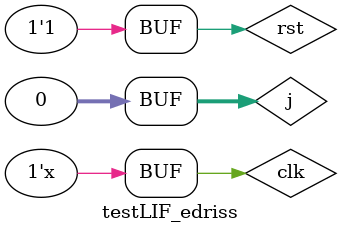
<source format=v>
module testLIF_edriss();
  reg rst;
  reg clk=1'b0;
  
  wire [31:0] VOUT;
  //wire [19:0] u;
  //wire [19:0] v;
  
    integer j=0; 
    initial
    begin
      rst=1'b0;
      #5 rst=1'b1;
    end
    always
    begin
 #90 clk=~clk; 

end
LIF a1(clk,rst,VOUT);
endmodule

    
    

</source>
